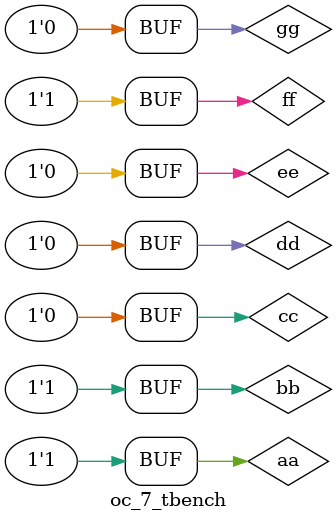
<source format=v>
`timescale 1ns/1ns
module oc_7_tbench();
	reg aa, bb, cc, dd, ee, ff, gg;
	wire ww2, ww1, ww0;
	oc_7 oc(aa, bb, cc, dd, ee, ff, gg, ww2, ww1, ww0);
	initial begin
		aa = 0; bb = 0; cc = 0; dd = 0; ee = 0; ff = 0; gg = 0;
		#100 aa = 1;
		#100 bb =  1;
		#100 ee =  1;
		#100 gg =  1;
		#100 ee =  0;
		#100 ff =  1;
		#100 gg =  0;
	end
endmodule
</source>
